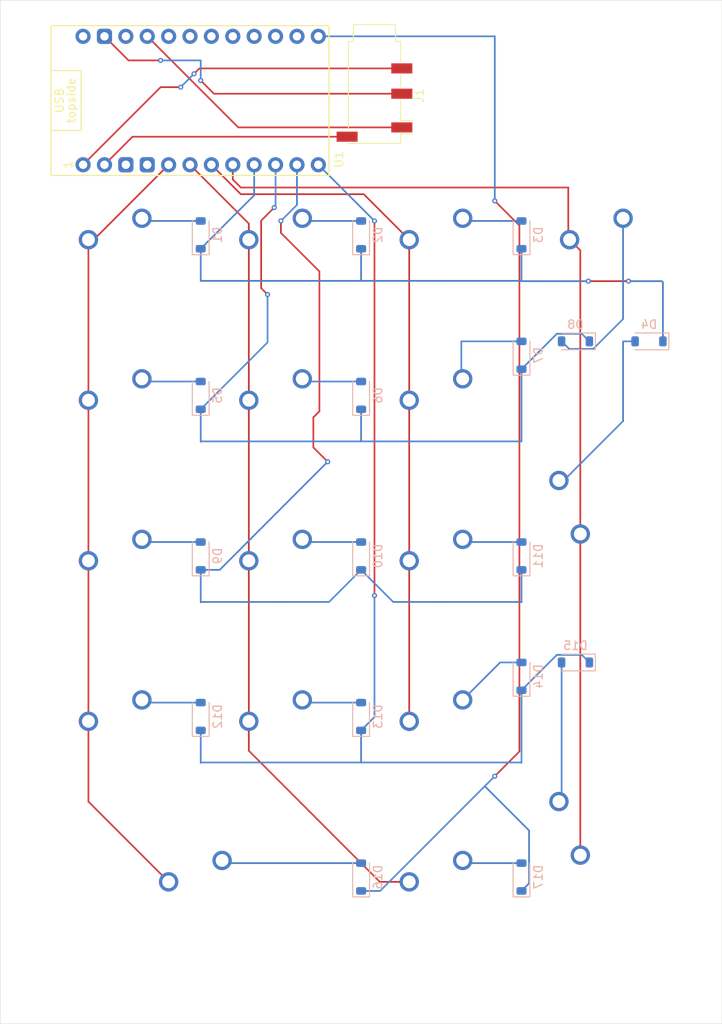
<source format=kicad_pcb>
(kicad_pcb (version 20241229) (generator "pcbnew") (generator_version "9.0")
  (layers (0 "F.Cu" signal) (2 "B.Cu" signal) (13 "F.Paste" user) (15 "B.Paste" user) (5 "F.SilkS" user "F.Silkscreen") (7 "B.SilkS" user "B.Silkscreen") (1 "F.Mask" user) (3 "B.Mask" user) (25 "Edge.Cuts" user))
  (net 0 "")
  (net 1 "Net-(D1-A)")
  (net 2 "Row 0")
  (net 3 "Net-(D2-A)")
  (net 4 "Net-(D3-A)")
  (net 5 "Net-(D4-A)")
  (net 6 "Row 1")
  (net 7 "Net-(D5-A)")
  (net 8 "Net-(D6-A)")
  (net 9 "Net-(D7-A)")
  (net 10 "Net-(D8-A)")
  (net 11 "Row 2")
  (net 12 "Net-(D9-A)")
  (net 13 "Net-(D10-A)")
  (net 14 "Net-(D11-A)")
  (net 15 "Net-(D12-A)")
  (net 16 "Row 3")
  (net 17 "Net-(D13-A)")
  (net 18 "Net-(D14-A)")
  (net 19 "Net-(D15-A)")
  (net 20 "Net-(D16-A)")
  (net 21 "Row 4")
  (net 22 "Net-(D17-A)")
  (net 23 "Col 0")
  (net 24 "Col 1")
  (net 25 "Col 2")
  (net 26 "Col 3")
  (net 29 "S")
  (net 31 "R2")
  (net 39 "R1")
  (net 41 "T")
  (footprint "PCM_marbastlib-mx:STAB_MX_2u" (layer "F.Cu") (at 102.87 81.2775 90)
    (property "Reference" "S1" (hide yes))
    (property "Value" "MX_stab")
    (pad "" np_thru_hole circle (at -11.90625 -6.985 90) (size 3.048 3.048) (drill 3.048) (layers "*.Cu" "*.Mask"))
    (pad "" np_thru_hole circle (at -11.90625 8.255 90) (size 3.9878 3.9878) (drill 3.9878) (layers "*.Cu" "*.Mask"))
    (pad "" np_thru_hole circle (at 11.90625 -6.985 90) (size 3.048 3.048) (drill 3.048) (layers "*.Cu" "*.Mask"))
    (pad "" np_thru_hole circle (at 11.90625 8.255 90) (size 3.9878 3.9878) (drill 3.9878) (layers "*.Cu" "*.Mask"))
  )
  (footprint "PCM_marbastlib-mx:STAB_MX_2u" (layer "F.Cu") (at 102.87 119.3775 90)
    (property "Reference" "S2" (hide yes))
    (property "Value" "MX_stab")
    (pad "" np_thru_hole circle (at -11.90625 -6.985 90) (size 3.048 3.048) (drill 3.048) (layers "*.Cu" "*.Mask"))
    (pad "" np_thru_hole circle (at -11.90625 8.255 90) (size 3.9878 3.9878) (drill 3.9878) (layers "*.Cu" "*.Mask"))
    (pad "" np_thru_hole circle (at 11.90625 -6.985 90) (size 3.048 3.048) (drill 3.048) (layers "*.Cu" "*.Mask"))
    (pad "" np_thru_hole circle (at 11.90625 8.255 90) (size 3.9878 3.9878) (drill 3.9878) (layers "*.Cu" "*.Mask"))
  )
  (footprint "PCM_marbastlib-mx:SW_MX_1u" (layer "F.Cu") (at 45.72 52.7025)
    (property "Reference" "MX1" (hide yes))
    (property "Value" "MX_SW_solder")
    (pad "" np_thru_hole circle (at -5.08 0) (size 1.75 1.75) (drill 1.75) (layers "*.Cu" "*.Mask"))
    (pad "" np_thru_hole circle (at 0 0) (size 3.9878 3.9878) (drill 3.9878) (layers "*.Cu" "*.Mask"))
    (pad "" np_thru_hole circle (at 5.08 0) (size 1.75 1.75) (drill 1.75) (layers "*.Cu" "*.Mask"))
    (pad "1" thru_hole circle (at -3.81 -2.54) (size 2.3 2.3) (drill 1.524) (layers "*.Cu" "B.Mask") (net 23 "Col 0"))
    (pad "2" thru_hole circle (at 2.54 -5.08) (size 2.3 2.3) (drill 1.524) (layers "*.Cu" "B.Mask") (net 1 "Net-(D1-A)"))
  )
  (footprint "PCM_marbastlib-mx:SW_MX_1u" (layer "F.Cu") (at 64.77 90.8025)
    (property "Reference" "MX10" (hide yes))
    (property "Value" "MX_SW_solder")
    (pad "" np_thru_hole circle (at -5.08 0) (size 1.75 1.75) (drill 1.75) (layers "*.Cu" "*.Mask"))
    (pad "" np_thru_hole circle (at 0 0) (size 3.9878 3.9878) (drill 3.9878) (layers "*.Cu" "*.Mask"))
    (pad "" np_thru_hole circle (at 5.08 0) (size 1.75 1.75) (drill 1.75) (layers "*.Cu" "*.Mask"))
    (pad "1" thru_hole circle (at -3.81 -2.54) (size 2.3 2.3) (drill 1.524) (layers "*.Cu" "B.Mask") (net 24 "Col 1"))
    (pad "2" thru_hole circle (at 2.54 -5.08) (size 2.3 2.3) (drill 1.524) (layers "*.Cu" "B.Mask") (net 13 "Net-(D10-A)"))
  )
  (footprint "PCM_marbastlib-mx:SW_MX_1u" (layer "F.Cu") (at 83.82 109.8525)
    (property "Reference" "MX14" (hide yes))
    (property "Value" "MX_SW_solder")
    (pad "" np_thru_hole circle (at -5.08 0) (size 1.75 1.75) (drill 1.75) (layers "*.Cu" "*.Mask"))
    (pad "" np_thru_hole circle (at 0 0) (size 3.9878 3.9878) (drill 3.9878) (layers "*.Cu" "*.Mask"))
    (pad "" np_thru_hole circle (at 5.08 0) (size 1.75 1.75) (drill 1.75) (layers "*.Cu" "*.Mask"))
    (pad "1" thru_hole circle (at -3.81 -2.54) (size 2.3 2.3) (drill 1.524) (layers "*.Cu" "B.Mask") (net 25 "Col 2"))
    (pad "2" thru_hole circle (at 2.54 -5.08) (size 2.3 2.3) (drill 1.524) (layers "*.Cu" "B.Mask") (net 18 "Net-(D14-A)"))
  )
  (footprint "PCM_marbastlib-mx:SW_MX_1u" (layer "F.Cu") (at 64.77 71.7525)
    (property "Reference" "MX6" (hide yes))
    (property "Value" "MX_SW_solder")
    (pad "" np_thru_hole circle (at -5.08 0) (size 1.75 1.75) (drill 1.75) (layers "*.Cu" "*.Mask"))
    (pad "" np_thru_hole circle (at 0 0) (size 3.9878 3.9878) (drill 3.9878) (layers "*.Cu" "*.Mask"))
    (pad "" np_thru_hole circle (at 5.08 0) (size 1.75 1.75) (drill 1.75) (layers "*.Cu" "*.Mask"))
    (pad "1" thru_hole circle (at -3.81 -2.54) (size 2.3 2.3) (drill 1.524) (layers "*.Cu" "B.Mask") (net 24 "Col 1"))
    (pad "2" thru_hole circle (at 2.54 -5.08) (size 2.3 2.3) (drill 1.524) (layers "*.Cu" "B.Mask") (net 8 "Net-(D6-A)"))
  )
  (footprint "PCM_marbastlib-mx:SW_MX_1u" (layer "F.Cu") (at 83.82 71.7525)
    (property "Reference" "MX7" (hide yes))
    (property "Value" "MX_SW_solder")
    (pad "" np_thru_hole circle (at -5.08 0) (size 1.75 1.75) (drill 1.75) (layers "*.Cu" "*.Mask"))
    (pad "" np_thru_hole circle (at 0 0) (size 3.9878 3.9878) (drill 3.9878) (layers "*.Cu" "*.Mask"))
    (pad "" np_thru_hole circle (at 5.08 0) (size 1.75 1.75) (drill 1.75) (layers "*.Cu" "*.Mask"))
    (pad "1" thru_hole circle (at -3.81 -2.54) (size 2.3 2.3) (drill 1.524) (layers "*.Cu" "B.Mask") (net 25 "Col 2"))
    (pad "2" thru_hole circle (at 2.54 -5.08) (size 2.3 2.3) (drill 1.524) (layers "*.Cu" "B.Mask") (net 9 "Net-(D7-A)"))
  )
  (footprint "PCM_marbastlib-mx:SW_MX_1u" (layer "F.Cu") (at 102.87 81.2775 90)
    (property "Reference" "MX4" (hide yes))
    (property "Value" "MX_SW_solder")
    (pad "" np_thru_hole circle (at -5.08 0 90) (size 1.75 1.75) (drill 1.75) (layers "*.Cu" "*.Mask"))
    (pad "" np_thru_hole circle (at 0 0 90) (size 3.9878 3.9878) (drill 3.9878) (layers "*.Cu" "*.Mask"))
    (pad "" np_thru_hole circle (at 5.08 0 90) (size 1.75 1.75) (drill 1.75) (layers "*.Cu" "*.Mask"))
    (pad "1" thru_hole circle (at -3.81 -2.54 90) (size 2.3 2.3) (drill 1.524) (layers "*.Cu" "B.Mask") (net 26 "Col 3"))
    (pad "2" thru_hole circle (at 2.54 -5.08 90) (size 2.3 2.3) (drill 1.524) (layers "*.Cu" "B.Mask") (net 5 "Net-(D4-A)"))
  )
  (footprint "PCM_marbastlib-mx:SW_MX_1u" (layer "F.Cu") (at 102.87 52.7025)
    (property "Reference" "MX8" (hide yes))
    (property "Value" "MX_SW_solder")
    (pad "" np_thru_hole circle (at -5.08 0) (size 1.75 1.75) (drill 1.75) (layers "*.Cu" "*.Mask"))
    (pad "" np_thru_hole circle (at 0 0) (size 3.9878 3.9878) (drill 3.9878) (layers "*.Cu" "*.Mask"))
    (pad "" np_thru_hole circle (at 5.08 0) (size 1.75 1.75) (drill 1.75) (layers "*.Cu" "*.Mask"))
    (pad "1" thru_hole circle (at -3.81 -2.54) (size 2.3 2.3) (drill 1.524) (layers "*.Cu" "B.Mask") (net 26 "Col 3"))
    (pad "2" thru_hole circle (at 2.54 -5.08) (size 2.3 2.3) (drill 1.524) (layers "*.Cu" "B.Mask") (net 10 "Net-(D8-A)"))
  )
  (footprint "PCM_marbastlib-mx:SW_MX_1u" (layer "F.Cu") (at 45.72 71.7525)
    (property "Reference" "MX5" (hide yes))
    (property "Value" "MX_SW_solder")
    (pad "" np_thru_hole circle (at -5.08 0) (size 1.75 1.75) (drill 1.75) (layers "*.Cu" "*.Mask"))
    (pad "" np_thru_hole circle (at 0 0) (size 3.9878 3.9878) (drill 3.9878) (layers "*.Cu" "*.Mask"))
    (pad "" np_thru_hole circle (at 5.08 0) (size 1.75 1.75) (drill 1.75) (layers "*.Cu" "*.Mask"))
    (pad "1" thru_hole circle (at -3.81 -2.54) (size 2.3 2.3) (drill 1.524) (layers "*.Cu" "B.Mask") (net 23 "Col 0"))
    (pad "2" thru_hole circle (at 2.54 -5.08) (size 2.3 2.3) (drill 1.524) (layers "*.Cu" "B.Mask") (net 7 "Net-(D5-A)"))
  )
  (footprint "PCM_marbastlib-mx:STAB_MX_2u" (layer "F.Cu") (at 55.245 128.9025)
    (property "Reference" "S3" (hide yes))
    (property "Value" "MX_stab")
    (pad "" np_thru_hole circle (at -11.90625 -6.985) (size 3.048 3.048) (drill 3.048) (layers "*.Cu" "*.Mask"))
    (pad "" np_thru_hole circle (at -11.90625 8.255) (size 3.9878 3.9878) (drill 3.9878) (layers "*.Cu" "*.Mask"))
    (pad "" np_thru_hole circle (at 11.90625 -6.985) (size 3.048 3.048) (drill 3.048) (layers "*.Cu" "*.Mask"))
    (pad "" np_thru_hole circle (at 11.90625 8.255) (size 3.9878 3.9878) (drill 3.9878) (layers "*.Cu" "*.Mask"))
  )
  (footprint "PCM_marbastlib-mx:SW_MX_1u" (layer "F.Cu") (at 45.72 109.8525)
    (property "Reference" "MX12" (hide yes))
    (property "Value" "MX_SW_solder")
    (pad "" np_thru_hole circle (at -5.08 0) (size 1.75 1.75) (drill 1.75) (layers "*.Cu" "*.Mask"))
    (pad "" np_thru_hole circle (at 0 0) (size 3.9878 3.9878) (drill 3.9878) (layers "*.Cu" "*.Mask"))
    (pad "" np_thru_hole circle (at 5.08 0) (size 1.75 1.75) (drill 1.75) (layers "*.Cu" "*.Mask"))
    (pad "1" thru_hole circle (at -3.81 -2.54) (size 2.3 2.3) (drill 1.524) (layers "*.Cu" "B.Mask") (net 23 "Col 0"))
    (pad "2" thru_hole circle (at 2.54 -5.08) (size 2.3 2.3) (drill 1.524) (layers "*.Cu" "B.Mask") (net 15 "Net-(D12-A)"))
  )
  (footprint "PCM_marbastlib-mx:SW_MX_1u" (layer "F.Cu") (at 83.82 128.9025)
    (property "Reference" "MX17" (hide yes))
    (property "Value" "MX_SW_solder")
    (pad "" np_thru_hole circle (at -5.08 0) (size 1.75 1.75) (drill 1.75) (layers "*.Cu" "*.Mask"))
    (pad "" np_thru_hole circle (at 0 0) (size 3.9878 3.9878) (drill 3.9878) (layers "*.Cu" "*.Mask"))
    (pad "" np_thru_hole circle (at 5.08 0) (size 1.75 1.75) (drill 1.75) (layers "*.Cu" "*.Mask"))
    (pad "1" thru_hole circle (at -3.81 -2.54) (size 2.3 2.3) (drill 1.524) (layers "*.Cu" "B.Mask") (net 24 "Col 1"))
    (pad "2" thru_hole circle (at 2.54 -5.08) (size 2.3 2.3) (drill 1.524) (layers "*.Cu" "B.Mask") (net 22 "Net-(D17-A)"))
  )
  (footprint "PCM_marbastlib-xp-promicroish:ProMicro_USBup" (layer "F.Cu") (at 55.245 33.6525 90)
    (property "Reference" "U1" (at -7 16.4 90) (layer "F.SilkS"))
    (property "Value" "ProMicro")
    (fp_line (start 3.55 -14.2) (end 3.55 -17.78) (stroke (width 0.15)) (layer "F.SilkS"))
    (fp_line (start 3.55 -14.2) (end -3.55 -14.2) (stroke (width 0.15)) (layer "F.SilkS"))
    (fp_line (start -3.55 -14.2) (end -3.55 -17.78) (stroke (width 0.15)) (layer "F.SilkS"))
    (fp_rect (start -8.89 -17.78) (end 8.89 15.24) (stroke (width 0.15)) (fill no) (layer "F.SilkS"))
    (fp_text user "topside" (at 0 -14.8 90) (layer "F.SilkS") (effects (justify bottom)))
    (fp_text user "1" (at -7.62 -15.17 90) (layer "F.SilkS") (effects (justify bottom)))
    (fp_text user "USB" (at 0 -16.2 90) (layer "F.SilkS") (effects (justify bottom)))
    (pad "1" thru_hole circle (at -7.62 -13.97 90) (size 1.8 1.8) (drill 1) (layers "*.Cu" "B.Mask") (net 31 "R2"))
    (pad "2" thru_hole circle (at -7.62 -11.43 90) (size 1.8 1.8) (drill 1) (layers "*.Cu" "B.Mask") (net 29 "S"))
    (pad "3" thru_hole roundrect (at -7.62 -8.89 90) (size 1.8 1.8) (drill 1) (layers "*.Cu" "B.Mask"))
    (pad "4" thru_hole roundrect (at -7.62 -6.35 90) (size 1.8 1.8) (drill 1) (layers "*.Cu" "B.Mask"))
    (pad "5" thru_hole circle (at -7.62 -3.81 90) (size 1.8 1.8) (drill 1) (layers "*.Cu" "B.Mask") (net 23 "Col 0"))
    (pad "6" thru_hole circle (at -7.62 -1.27 90) (size 1.8 1.8) (drill 1) (layers "*.Cu" "B.Mask") (net 24 "Col 1"))
    (pad "7" thru_hole circle (at -7.62 1.27 90) (size 1.8 1.8) (drill 1) (layers "*.Cu" "B.Mask") (net 25 "Col 2"))
    (pad "8" thru_hole circle (at -7.62 3.81 90) (size 1.8 1.8) (drill 1) (layers "*.Cu" "B.Mask") (net 26 "Col 3"))
    (pad "9" thru_hole circle (at -7.62 6.35 90) (size 1.8 1.8) (drill 1) (layers "*.Cu" "B.Mask") (net 2 "Row 0"))
    (pad "10" thru_hole circle (at -7.62 8.89 90) (size 1.8 1.8) (drill 1) (layers "*.Cu" "B.Mask") (net 6 "Row 1"))
    (pad "11" thru_hole circle (at -7.62 11.43 90) (size 1.8 1.8) (drill 1) (layers "*.Cu" "B.Mask") (net 11 "Row 2"))
    (pad "12" thru_hole circle (at -7.62 13.97 90) (size 1.8 1.8) (drill 1) (layers "*.Cu" "B.Mask") (net 16 "Row 3"))
    (pad "13" thru_hole circle (at 7.62 -13.97 90) (size 1.8 1.8) (drill 1) (layers "*.Cu" "B.Mask"))
    (pad "14" thru_hole roundrect (at 7.62 -11.43 90) (size 1.8 1.8) (drill 1) (layers "*.Cu" "B.Mask") (net 39 "R1"))
    (pad "15" thru_hole circle (at 7.62 -8.89 90) (size 1.8 1.8) (drill 1) (layers "*.Cu" "B.Mask"))
    (pad "16" thru_hole circle (at 7.62 -6.35 90) (size 1.8 1.8) (drill 1) (layers "*.Cu" "B.Mask") (net 41 "T"))
    (pad "17" thru_hole circle (at 7.62 -3.81 90) (size 1.8 1.8) (drill 1) (layers "*.Cu" "B.Mask"))
    (pad "18" thru_hole circle (at 7.62 -1.27 90) (size 1.8 1.8) (drill 1) (layers "*.Cu" "B.Mask"))
    (pad "19" thru_hole circle (at 7.62 1.27 90) (size 1.8 1.8) (drill 1) (layers "*.Cu" "B.Mask"))
    (pad "20" thru_hole circle (at 7.62 3.81 90) (size 1.8 1.8) (drill 1) (layers "*.Cu" "B.Mask"))
    (pad "21" thru_hole circle (at 7.62 6.35 90) (size 1.8 1.8) (drill 1) (layers "*.Cu" "B.Mask"))
    (pad "22" thru_hole circle (at 7.62 8.89 90) (size 1.8 1.8) (drill 1) (layers "*.Cu" "B.Mask"))
    (pad "23" thru_hole circle (at 7.62 11.43 90) (size 1.8 1.8) (drill 1) (layers "*.Cu" "B.Mask"))
    (pad "24" thru_hole circle (at 7.62 13.97 90) (size 1.8 1.8) (drill 1) (layers "*.Cu" "B.Mask") (net 21 "Row 4"))
  )
  (footprint "PCM_marbastlib-mx:SW_MX_1u" (layer "F.Cu") (at 55.245 128.9025)
    (property "Reference" "MX16" (hide yes))
    (property "Value" "MX_SW_solder")
    (pad "" np_thru_hole circle (at -5.08 0) (size 1.75 1.75) (drill 1.75) (layers "*.Cu" "*.Mask"))
    (pad "" np_thru_hole circle (at 0 0) (size 3.9878 3.9878) (drill 3.9878) (layers "*.Cu" "*.Mask"))
    (pad "" np_thru_hole circle (at 5.08 0) (size 1.75 1.75) (drill 1.75) (layers "*.Cu" "*.Mask"))
    (pad "1" thru_hole circle (at -3.81 -2.54) (size 2.3 2.3) (drill 1.524) (layers "*.Cu" "B.Mask") (net 23 "Col 0"))
    (pad "2" thru_hole circle (at 2.54 -5.08) (size 2.3 2.3) (drill 1.524) (layers "*.Cu" "B.Mask") (net 20 "Net-(D16-A)"))
  )
  (footprint "PCM_marbastlib-mx:SW_MX_1u" (layer "F.Cu") (at 64.77 52.7025)
    (property "Reference" "MX2" (hide yes))
    (property "Value" "MX_SW_solder")
    (pad "" np_thru_hole circle (at -5.08 0) (size 1.75 1.75) (drill 1.75) (layers "*.Cu" "*.Mask"))
    (pad "" np_thru_hole circle (at 0 0) (size 3.9878 3.9878) (drill 3.9878) (layers "*.Cu" "*.Mask"))
    (pad "" np_thru_hole circle (at 5.08 0) (size 1.75 1.75) (drill 1.75) (layers "*.Cu" "*.Mask"))
    (pad "1" thru_hole circle (at -3.81 -2.54) (size 2.3 2.3) (drill 1.524) (layers "*.Cu" "B.Mask") (net 24 "Col 1"))
    (pad "2" thru_hole circle (at 2.54 -5.08) (size 2.3 2.3) (drill 1.524) (layers "*.Cu" "B.Mask") (net 3 "Net-(D2-A)"))
  )
  (footprint "PCM_marbastlib-mx:SW_MX_1u" (layer "F.Cu") (at 45.72 90.8025)
    (property "Reference" "MX9" (hide yes))
    (property "Value" "MX_SW_solder")
    (pad "" np_thru_hole circle (at -5.08 0) (size 1.75 1.75) (drill 1.75) (layers "*.Cu" "*.Mask"))
    (pad "" np_thru_hole circle (at 0 0) (size 3.9878 3.9878) (drill 3.9878) (layers "*.Cu" "*.Mask"))
    (pad "" np_thru_hole circle (at 5.08 0) (size 1.75 1.75) (drill 1.75) (layers "*.Cu" "*.Mask"))
    (pad "1" thru_hole circle (at -3.81 -2.54) (size 2.3 2.3) (drill 1.524) (layers "*.Cu" "B.Mask") (net 23 "Col 0"))
    (pad "2" thru_hole circle (at 2.54 -5.08) (size 2.3 2.3) (drill 1.524) (layers "*.Cu" "B.Mask") (net 12 "Net-(D9-A)"))
  )
  (footprint "PCM_marbastlib-mx:SW_MX_1u" (layer "F.Cu") (at 64.77 109.8525)
    (property "Reference" "MX13" (hide yes))
    (property "Value" "MX_SW_solder")
    (pad "" np_thru_hole circle (at -5.08 0) (size 1.75 1.75) (drill 1.75) (layers "*.Cu" "*.Mask"))
    (pad "" np_thru_hole circle (at 0 0) (size 3.9878 3.9878) (drill 3.9878) (layers "*.Cu" "*.Mask"))
    (pad "" np_thru_hole circle (at 5.08 0) (size 1.75 1.75) (drill 1.75) (layers "*.Cu" "*.Mask"))
    (pad "1" thru_hole circle (at -3.81 -2.54) (size 2.3 2.3) (drill 1.524) (layers "*.Cu" "B.Mask") (net 24 "Col 1"))
    (pad "2" thru_hole circle (at 2.54 -5.08) (size 2.3 2.3) (drill 1.524) (layers "*.Cu" "B.Mask") (net 17 "Net-(D13-A)"))
  )
  (footprint "PCM_marbastlib-mx:SW_MX_1u" (layer "F.Cu") (at 83.82 52.7025)
    (property "Reference" "MX3" (hide yes))
    (property "Value" "MX_SW_solder")
    (pad "" np_thru_hole circle (at -5.08 0) (size 1.75 1.75) (drill 1.75) (layers "*.Cu" "*.Mask"))
    (pad "" np_thru_hole circle (at 0 0) (size 3.9878 3.9878) (drill 3.9878) (layers "*.Cu" "*.Mask"))
    (pad "" np_thru_hole circle (at 5.08 0) (size 1.75 1.75) (drill 1.75) (layers "*.Cu" "*.Mask"))
    (pad "1" thru_hole circle (at -3.81 -2.54) (size 2.3 2.3) (drill 1.524) (layers "*.Cu" "B.Mask") (net 25 "Col 2"))
    (pad "2" thru_hole circle (at 2.54 -5.08) (size 2.3 2.3) (drill 1.524) (layers "*.Cu" "B.Mask") (net 4 "Net-(D3-A)"))
  )
  (footprint "PCM_marbastlib-mx:SW_MX_1u" (layer "F.Cu") (at 102.87 119.3775 90)
    (property "Reference" "MX15" (hide yes))
    (property "Value" "MX_SW_solder")
    (pad "" np_thru_hole circle (at -5.08 0 90) (size 1.75 1.75) (drill 1.75) (layers "*.Cu" "*.Mask"))
    (pad "" np_thru_hole circle (at 0 0 90) (size 3.9878 3.9878) (drill 3.9878) (layers "*.Cu" "*.Mask"))
    (pad "" np_thru_hole circle (at 5.08 0 90) (size 1.75 1.75) (drill 1.75) (layers "*.Cu" "*.Mask"))
    (pad "1" thru_hole circle (at -3.81 -2.54 90) (size 2.3 2.3) (drill 1.524) (layers "*.Cu" "B.Mask") (net 26 "Col 3"))
    (pad "2" thru_hole circle (at 2.54 -5.08 90) (size 2.3 2.3) (drill 1.524) (layers "*.Cu" "B.Mask") (net 19 "Net-(D15-A)"))
  )
  (footprint "Connector_Audio:Jack_3.5mm_PJ320D_Horizontal" (layer "F.Cu") (at 75.8825 33.015 -90)
    (property "Reference" "J1" (at 0.05 -5.35 90) (layer "F.SilkS"))
    (property "Value" "AudioJack4")
    (fp_line (start 4.15 3.1) (end -6.375 3.1) (stroke (width 0.12)) (layer "F.SilkS"))
    (fp_line (start 5.725 3.1) (end 5.725 -3.1) (stroke (width 0.12)) (layer "F.SilkS"))
    (fp_line (start -6.375 2.5) (end -6.375 3.1) (stroke (width 0.12)) (layer "F.SilkS"))
    (fp_line (start -6.375 2.5) (end -8.375 2.5) (stroke (width 0.12)) (layer "F.SilkS"))
    (fp_line (start -8.375 -2.5) (end -8.375 2.5) (stroke (width 0.12)) (layer "F.SilkS"))
    (fp_line (start -6.375 -2.5) (end -8.375 -2.5) (stroke (width 0.12)) (layer "F.SilkS"))
    (fp_line (start -6.375 -3.1) (end -6.375 -2.5) (stroke (width 0.12)) (layer "F.SilkS"))
    (fp_line (start -6.375 -3.1) (end -4 -3.1) (stroke (width 0.12)) (layer "F.SilkS"))
    (fp_line (start -2.35 -3.1) (end -1 -3.1) (stroke (width 0.12)) (layer "F.SilkS"))
    (fp_line (start 0.65 -3.1) (end 3.05 -3.1) (stroke (width 0.12)) (layer "F.SilkS"))
    (fp_line (start 3.05 -3.1) (end 3.05 -4.5) (stroke (width 0.12)) (layer "F.SilkS"))
    (fp_line (start 4.6 -3.1) (end 5.725 -3.1) (stroke (width 0.12)) (layer "F.SilkS"))
    (fp_line (start 4.6 -3.1) (end 4.6 -4.5) (stroke (width 0.12)) (layer "F.SilkS"))
    (pad "" np_thru_hole circle (at -4.775 0 270) (size 1.5 1.5) (drill 1.5) (layers "*.Cu" "*.Mask"))
    (pad "" np_thru_hole circle (at 2.225 0 270) (size 1.5 1.5) (drill 1.5) (layers "*.Cu" "*.Mask"))
    (pad "R1" smd rect (at -0.175 -3.25 270) (size 1.2 2.5) (layers "F.Cu" "F.Mask" "F.Paste") (net 39 "R1"))
    (pad "R2" smd rect (at -3.175 -3.25 270) (size 1.2 2.5) (layers "F.Cu" "F.Mask" "F.Paste") (net 31 "R2"))
    (pad "S" smd rect (at 4.925 3.25 270) (size 1.2 2.5) (layers "F.Cu" "F.Mask" "F.Paste") (net 29 "S"))
    (pad "T" smd rect (at 3.825 -3.25 270) (size 1.2 2.5) (layers "F.Cu" "F.Mask" "F.Paste") (net 41 "T"))
  )
  (footprint "PCM_marbastlib-mx:SW_MX_1u" (layer "F.Cu") (at 83.82 90.8025)
    (property "Reference" "MX11" (hide yes))
    (property "Value" "MX_SW_solder")
    (pad "" np_thru_hole circle (at -5.08 0) (size 1.75 1.75) (drill 1.75) (layers "*.Cu" "*.Mask"))
    (pad "" np_thru_hole circle (at 0 0) (size 3.9878 3.9878) (drill 3.9878) (layers "*.Cu" "*.Mask"))
    (pad "" np_thru_hole circle (at 5.08 0) (size 1.75 1.75) (drill 1.75) (layers "*.Cu" "*.Mask"))
    (pad "1" thru_hole circle (at -3.81 -2.54) (size 2.3 2.3) (drill 1.524) (layers "*.Cu" "B.Mask") (net 25 "Col 2"))
    (pad "2" thru_hole circle (at 2.54 -5.08) (size 2.3 2.3) (drill 1.524) (layers "*.Cu" "B.Mask") (net 14 "Net-(D11-A)"))
  )
  (footprint "Diode_SMD:D_SOD-123" (layer "B.Cu") (at 93.345 87.69 90)
    (property "Reference" "D11" (at 0 2 90) (layer "B.SilkS") (effects (justify mirror)))
    (property "Value" "D_Small")
    (fp_line (start -2.36 -1) (end 1.65 -1) (stroke (width 0.12)) (layer "B.SilkS"))
    (fp_line (start -2.36 1) (end -2.36 -1) (stroke (width 0.12)) (layer "B.SilkS"))
    (fp_line (start -2.36 1) (end 1.65 1) (stroke (width 0.12)) (layer "B.SilkS"))
    (pad "1" smd roundrect (at -1.65 0 90) (size 0.9 1.2) (layers "B.Cu" "B.Mask" "B.Paste") (net 11 "Row 2"))
    (pad "2" smd roundrect (at 1.65 0 90) (size 0.9 1.2) (layers "B.Cu" "B.Mask" "B.Paste") (net 14 "Net-(D11-A)"))
  )
  (footprint "Diode_SMD:D_SOD-123" (layer "B.Cu") (at 55.245 49.59 90)
    (property "Reference" "D1" (at 0 2 90) (layer "B.SilkS") (effects (justify mirror)))
    (property "Value" "D_Small")
    (fp_line (start -2.36 -1) (end 1.65 -1) (stroke (width 0.12)) (layer "B.SilkS"))
    (fp_line (start -2.36 1) (end -2.36 -1) (stroke (width 0.12)) (layer "B.SilkS"))
    (fp_line (start -2.36 1) (end 1.65 1) (stroke (width 0.12)) (layer "B.SilkS"))
    (pad "1" smd roundrect (at -1.65 0 90) (size 0.9 1.2) (layers "B.Cu" "B.Mask" "B.Paste") (net 2 "Row 0"))
    (pad "2" smd roundrect (at 1.65 0 90) (size 0.9 1.2) (layers "B.Cu" "B.Mask" "B.Paste") (net 1 "Net-(D1-A)"))
  )
  (footprint "Diode_SMD:D_SOD-123" (layer "B.Cu") (at 108.48875 62.2275 180)
    (property "Reference" "D4" (at 0 2 0) (layer "B.SilkS") (effects (justify mirror)))
    (property "Value" "D_Small")
    (fp_line (start -2.36 1) (end 1.65 1) (stroke (width 0.12)) (layer "B.SilkS"))
    (fp_line (start -2.36 1) (end -2.36 -1) (stroke (width 0.12)) (layer "B.SilkS"))
    (fp_line (start -2.36 -1) (end 1.65 -1) (stroke (width 0.12)) (layer "B.SilkS"))
    (pad "1" smd roundrect (at -1.65 0 180) (size 0.9 1.2) (layers "B.Cu" "B.Mask" "B.Paste") (net 2 "Row 0"))
    (pad "2" smd roundrect (at 1.65 0 180) (size 0.9 1.2) (layers "B.Cu" "B.Mask" "B.Paste") (net 5 "Net-(D4-A)"))
  )
  (footprint "Diode_SMD:D_SOD-123" (layer "B.Cu") (at 55.245 68.64 90)
    (property "Reference" "D5" (at 0 2 90) (layer "B.SilkS") (effects (justify mirror)))
    (property "Value" "D_Small")
    (fp_line (start -2.36 -1) (end 1.65 -1) (stroke (width 0.12)) (layer "B.SilkS"))
    (fp_line (start -2.36 1) (end -2.36 -1) (stroke (width 0.12)) (layer "B.SilkS"))
    (fp_line (start -2.36 1) (end 1.65 1) (stroke (width 0.12)) (layer "B.SilkS"))
    (pad "1" smd roundrect (at -1.65 0 90) (size 0.9 1.2) (layers "B.Cu" "B.Mask" "B.Paste") (net 6 "Row 1"))
    (pad "2" smd roundrect (at 1.65 0 90) (size 0.9 1.2) (layers "B.Cu" "B.Mask" "B.Paste") (net 7 "Net-(D5-A)"))
  )
  (footprint "Diode_SMD:D_SOD-123" (layer "B.Cu") (at 99.7575 62.2275 180)
    (property "Reference" "D8" (at 0 2 0) (layer "B.SilkS") (effects (justify mirror)))
    (property "Value" "D_Small")
    (fp_line (start -2.36 1) (end 1.65 1) (stroke (width 0.12)) (layer "B.SilkS"))
    (fp_line (start -2.36 1) (end -2.36 -1) (stroke (width 0.12)) (layer "B.SilkS"))
    (fp_line (start -2.36 -1) (end 1.65 -1) (stroke (width 0.12)) (layer "B.SilkS"))
    (pad "1" smd roundrect (at -1.65 0 180) (size 0.9 1.2) (layers "B.Cu" "B.Mask" "B.Paste") (net 6 "Row 1"))
    (pad "2" smd roundrect (at 1.65 0 180) (size 0.9 1.2) (layers "B.Cu" "B.Mask" "B.Paste") (net 10 "Net-(D8-A)"))
  )
  (footprint "Diode_SMD:D_SOD-123" (layer "B.Cu") (at 55.245 106.74 90)
    (property "Reference" "D12" (at 0 2 90) (layer "B.SilkS") (effects (justify mirror)))
    (property "Value" "D_Small")
    (fp_line (start -2.36 -1) (end 1.65 -1) (stroke (width 0.12)) (layer "B.SilkS"))
    (fp_line (start -2.36 1) (end -2.36 -1) (stroke (width 0.12)) (layer "B.SilkS"))
    (fp_line (start -2.36 1) (end 1.65 1) (stroke (width 0.12)) (layer "B.SilkS"))
    (pad "1" smd roundrect (at -1.65 0 90) (size 0.9 1.2) (layers "B.Cu" "B.Mask" "B.Paste") (net 16 "Row 3"))
    (pad "2" smd roundrect (at 1.65 0 90) (size 0.9 1.2) (layers "B.Cu" "B.Mask" "B.Paste") (net 15 "Net-(D12-A)"))
  )
  (footprint "Diode_SMD:D_SOD-123" (layer "B.Cu") (at 93.345 125.79 90)
    (property "Reference" "D17" (at 0 2 90) (layer "B.SilkS") (effects (justify mirror)))
    (property "Value" "D_Small")
    (fp_line (start -2.36 -1) (end 1.65 -1) (stroke (width 0.12)) (layer "B.SilkS"))
    (fp_line (start -2.36 1) (end -2.36 -1) (stroke (width 0.12)) (layer "B.SilkS"))
    (fp_line (start -2.36 1) (end 1.65 1) (stroke (width 0.12)) (layer "B.SilkS"))
    (pad "1" smd roundrect (at -1.65 0 90) (size 0.9 1.2) (layers "B.Cu" "B.Mask" "B.Paste") (net 21 "Row 4"))
    (pad "2" smd roundrect (at 1.65 0 90) (size 0.9 1.2) (layers "B.Cu" "B.Mask" "B.Paste") (net 22 "Net-(D17-A)"))
  )
  (footprint "Diode_SMD:D_SOD-123" (layer "B.Cu") (at 74.295 87.69 90)
    (property "Reference" "D10" (at 0 2 90) (layer "B.SilkS") (effects (justify mirror)))
    (property "Value" "D_Small")
    (fp_line (start -2.36 -1) (end 1.65 -1) (stroke (width 0.12)) (layer "B.SilkS"))
    (fp_line (start -2.36 1) (end -2.36 -1) (stroke (width 0.12)) (layer "B.SilkS"))
    (fp_line (start -2.36 1) (end 1.65 1) (stroke (width 0.12)) (layer "B.SilkS"))
    (pad "1" smd roundrect (at -1.65 0 90) (size 0.9 1.2) (layers "B.Cu" "B.Mask" "B.Paste") (net 11 "Row 2"))
    (pad "2" smd roundrect (at 1.65 0 90) (size 0.9 1.2) (layers "B.Cu" "B.Mask" "B.Paste") (net 13 "Net-(D10-A)"))
  )
  (footprint "Diode_SMD:D_SOD-123" (layer "B.Cu") (at 93.345 63.8775 90)
    (property "Reference" "D7" (at 0 2 90) (layer "B.SilkS") (effects (justify mirror)))
    (property "Value" "D_Small")
    (fp_line (start -2.36 -1) (end 1.65 -1) (stroke (width 0.12)) (layer "B.SilkS"))
    (fp_line (start -2.36 1) (end -2.36 -1) (stroke (width 0.12)) (layer "B.SilkS"))
    (fp_line (start -2.36 1) (end 1.65 1) (stroke (width 0.12)) (layer "B.SilkS"))
    (pad "1" smd roundrect (at -1.65 0 90) (size 0.9 1.2) (layers "B.Cu" "B.Mask" "B.Paste") (net 6 "Row 1"))
    (pad "2" smd roundrect (at 1.65 0 90) (size 0.9 1.2) (layers "B.Cu" "B.Mask" "B.Paste") (net 9 "Net-(D7-A)"))
  )
  (footprint "Diode_SMD:D_SOD-123" (layer "B.Cu") (at 93.345 49.59 90)
    (property "Reference" "D3" (at 0 2 90) (layer "B.SilkS") (effects (justify mirror)))
    (property "Value" "D_Small")
    (fp_line (start -2.36 -1) (end 1.65 -1) (stroke (width 0.12)) (layer "B.SilkS"))
    (fp_line (start -2.36 1) (end -2.36 -1) (stroke (width 0.12)) (layer "B.SilkS"))
    (fp_line (start -2.36 1) (end 1.65 1) (stroke (width 0.12)) (layer "B.SilkS"))
    (pad "1" smd roundrect (at -1.65 0 90) (size 0.9 1.2) (layers "B.Cu" "B.Mask" "B.Paste") (net 2 "Row 0"))
    (pad "2" smd roundrect (at 1.65 0 90) (size 0.9 1.2) (layers "B.Cu" "B.Mask" "B.Paste") (net 4 "Net-(D3-A)"))
  )
  (footprint "Diode_SMD:D_SOD-123" (layer "B.Cu") (at 74.295 125.79 90)
    (property "Reference" "D16" (at 0 2 90) (layer "B.SilkS") (effects (justify mirror)))
    (property "Value" "D_Small")
    (fp_line (start -2.36 -1) (end 1.65 -1) (stroke (width 0.12)) (layer "B.SilkS"))
    (fp_line (start -2.36 1) (end -2.36 -1) (stroke (width 0.12)) (layer "B.SilkS"))
    (fp_line (start -2.36 1) (end 1.65 1) (stroke (width 0.12)) (layer "B.SilkS"))
    (pad "1" smd roundrect (at -1.65 0 90) (size 0.9 1.2) (layers "B.Cu" "B.Mask" "B.Paste") (net 21 "Row 4"))
    (pad "2" smd roundrect (at 1.65 0 90) (size 0.9 1.2) (layers "B.Cu" "B.Mask" "B.Paste") (net 20 "Net-(D16-A)"))
  )
  (footprint "Diode_SMD:D_SOD-123" (layer "B.Cu") (at 74.295 49.59 90)
    (property "Reference" "D2" (at 0 2 90) (layer "B.SilkS") (effects (justify mirror)))
    (property "Value" "D_Small")
    (fp_line (start -2.36 -1) (end 1.65 -1) (stroke (width 0.12)) (layer "B.SilkS"))
    (fp_line (start -2.36 1) (end -2.36 -1) (stroke (width 0.12)) (layer "B.SilkS"))
    (fp_line (start -2.36 1) (end 1.65 1) (stroke (width 0.12)) (layer "B.SilkS"))
    (pad "1" smd roundrect (at -1.65 0 90) (size 0.9 1.2) (layers "B.Cu" "B.Mask" "B.Paste") (net 2 "Row 0"))
    (pad "2" smd roundrect (at 1.65 0 90) (size 0.9 1.2) (layers "B.Cu" "B.Mask" "B.Paste") (net 3 "Net-(D2-A)"))
  )
  (footprint "Diode_SMD:D_SOD-123" (layer "B.Cu") (at 74.295 68.64 90)
    (property "Reference" "D6" (at 0 2 90) (layer "B.SilkS") (effects (justify mirror)))
    (property "Value" "D_Small")
    (fp_line (start -2.36 -1) (end 1.65 -1) (stroke (width 0.12)) (layer "B.SilkS"))
    (fp_line (start -2.36 1) (end -2.36 -1) (stroke (width 0.12)) (layer "B.SilkS"))
    (fp_line (start -2.36 1) (end 1.65 1) (stroke (width 0.12)) (layer "B.SilkS"))
    (pad "1" smd roundrect (at -1.65 0 90) (size 0.9 1.2) (layers "B.Cu" "B.Mask" "B.Paste") (net 6 "Row 1"))
    (pad "2" smd roundrect (at 1.65 0 90) (size 0.9 1.2) (layers "B.Cu" "B.Mask" "B.Paste") (net 8 "Net-(D6-A)"))
  )
  (footprint "Diode_SMD:D_SOD-123" (layer "B.Cu") (at 55.245 87.69 90)
    (property "Reference" "D9" (at 0 2 90) (layer "B.SilkS") (effects (justify mirror)))
    (property "Value" "D_Small")
    (fp_line (start -2.36 -1) (end 1.65 -1) (stroke (width 0.12)) (layer "B.SilkS"))
    (fp_line (start -2.36 1) (end -2.36 -1) (stroke (width 0.12)) (layer "B.SilkS"))
    (fp_line (start -2.36 1) (end 1.65 1) (stroke (width 0.12)) (layer "B.SilkS"))
    (pad "1" smd roundrect (at -1.65 0 90) (size 0.9 1.2) (layers "B.Cu" "B.Mask" "B.Paste") (net 11 "Row 2"))
    (pad "2" smd roundrect (at 1.65 0 90) (size 0.9 1.2) (layers "B.Cu" "B.Mask" "B.Paste") (net 12 "Net-(D9-A)"))
  )
  (footprint "Diode_SMD:D_SOD-123" (layer "B.Cu") (at 99.7575 100.3275 180)
    (property "Reference" "D15" (at 0 2 0) (layer "B.SilkS") (effects (justify mirror)))
    (property "Value" "D_Small")
    (fp_line (start -2.36 1) (end 1.65 1) (stroke (width 0.12)) (layer "B.SilkS"))
    (fp_line (start -2.36 1) (end -2.36 -1) (stroke (width 0.12)) (layer "B.SilkS"))
    (fp_line (start -2.36 -1) (end 1.65 -1) (stroke (width 0.12)) (layer "B.SilkS"))
    (pad "1" smd roundrect (at -1.65 0 180) (size 0.9 1.2) (layers "B.Cu" "B.Mask" "B.Paste") (net 16 "Row 3"))
    (pad "2" smd roundrect (at 1.65 0 180) (size 0.9 1.2) (layers "B.Cu" "B.Mask" "B.Paste") (net 19 "Net-(D15-A)"))
  )
  (footprint "Diode_SMD:D_SOD-123" (layer "B.Cu") (at 93.345 101.9775 90)
    (property "Reference" "D14" (at 0 2 90) (layer "B.SilkS") (effects (justify mirror)))
    (property "Value" "D_Small")
    (fp_line (start -2.36 -1) (end 1.65 -1) (stroke (width 0.12)) (layer "B.SilkS"))
    (fp_line (start -2.36 1) (end -2.36 -1) (stroke (width 0.12)) (layer "B.SilkS"))
    (fp_line (start -2.36 1) (end 1.65 1) (stroke (width 0.12)) (layer "B.SilkS"))
    (pad "1" smd roundrect (at -1.65 0 90) (size 0.9 1.2) (layers "B.Cu" "B.Mask" "B.Paste") (net 16 "Row 3"))
    (pad "2" smd roundrect (at 1.65 0 90) (size 0.9 1.2) (layers "B.Cu" "B.Mask" "B.Paste") (net 18 "Net-(D14-A)"))
  )
  (footprint "Diode_SMD:D_SOD-123" (layer "B.Cu") (at 74.295 106.74 90)
    (property "Reference" "D13" (at 0 2 90) (layer "B.SilkS") (effects (justify mirror)))
    (property "Value" "D_Small")
    (fp_line (start -2.36 -1) (end 1.65 -1) (stroke (width 0.12)) (layer "B.SilkS"))
    (fp_line (start -2.36 1) (end -2.36 -1) (stroke (width 0.12)) (layer "B.SilkS"))
    (fp_line (start -2.36 1) (end 1.65 1) (stroke (width 0.12)) (layer "B.SilkS"))
    (pad "1" smd roundrect (at -1.65 0 90) (size 0.9 1.2) (layers "B.Cu" "B.Mask" "B.Paste") (net 16 "Row 3"))
    (pad "2" smd roundrect (at 1.65 0 90) (size 0.9 1.2) (layers "B.Cu" "B.Mask" "B.Paste") (net 17 "Net-(D13-A)"))
  )
  (gr_line (start 31.4325 21.74625) (end 117.1575 21.74625) (stroke (width 0.05)) (layer "Edge.Cuts"))
  (gr_line (start 31.4325 21.74625) (end 31.4325 143.19) (stroke (width 0.05)) (layer "Edge.Cuts"))
  (gr_line (start 117.1575 143.19) (end 31.4325 143.19) (stroke (width 0.05)) (layer "Edge.Cuts"))
  (gr_line (start 117.1575 143.19) (end 117.1575 21.74625) (stroke (width 0.05)) (layer "Edge.Cuts"))
  (segment (start 48.5775 47.94) (end 48.26 47.6225) (width 0.2) (layer "B.Cu") (net 1))
  (segment (start 55.245 47.94) (end 48.5775 47.94) (width 0.2) (layer "B.Cu") (net 1))
  (segment (start 106.045 55.08375) (end 101.2825 55.08375) (width 0.2) (layer "F.Cu") (net 2))
  (via (at 106.045 55.08375) (size 0.6) (drill 0.3) (layers "F.Cu" "B.Cu") (net 2))
  (via (at 101.2825 55.08375) (size 0.6) (drill 0.3) (layers "F.Cu" "B.Cu") (net 2))
  (segment (start 70.4876 55.0474) (end 60.0075 55.0474) (width 0.2) (layer "B.Cu") (net 2))
  (segment (start 74.295 55.0474) (end 74.295 51.24) (width 0.2) (layer "B.Cu") (net 2))
  (segment (start 55.245 55.0474) (end 55.245 51.24) (width 0.2) (layer "B.Cu") (net 2))
  (segment (start 59.0524 55.0474) (end 55.245 55.0474) (width 0.2) (layer "B.Cu") (net 2))
  (segment (start 110.13875 62.2275) (end 110.13875 55.20875) (width 0.2) (layer "B.Cu") (net 2))
  (segment (start 55.245 51.24) (end 61.595 44.89) (width 0.2) (layer "B.Cu") (net 2))
  (segment (start 110.13875 55.20875) (end 110.01375 55.08375) (width 0.2) (layer "B.Cu") (net 2))
  (segment (start 93.345 55.08375) (end 97.18875 55.08375) (width 0.2) (layer "B.Cu") (net 2))
  (segment (start 61.595 44.89) (end 61.595 41.2725) (width 0.2) (layer "B.Cu") (net 2))
  (segment (start 60.0075 55.0474) (end 59.0524 55.0474) (width 0.2) (layer "B.Cu") (net 2))
  (segment (start 93.345 55.08375) (end 93.345 51.24) (width 0.2) (layer "B.Cu") (net 2))
  (segment (start 110.01375 55.08375) (end 106.045 55.08375) (width 0.2) (layer "B.Cu") (net 2))
  (segment (start 93.30865 55.0474) (end 93.345 55.08375) (width 0.2) (layer "B.Cu") (net 2))
  (segment (start 74.295 55.0474) (end 70.4876 55.0474) (width 0.2) (layer "B.Cu") (net 2))
  (segment (start 101.2825 55.08375) (end 97.18875 55.08375) (width 0.2) (layer "B.Cu") (net 2))
  (segment (start 74.295 55.0474) (end 93.30865 55.0474) (width 0.2) (layer "B.Cu") (net 2))
  (segment (start 74.295 47.94) (end 67.6275 47.94) (width 0.2) (layer "B.Cu") (net 3))
  (segment (start 67.6275 47.94) (end 67.31 47.6225) (width 0.2) (layer "B.Cu") (net 3))
  (segment (start 86.6775 47.94) (end 86.36 47.6225) (width 0.2) (layer "B.Cu") (net 4))
  (segment (start 93.345 47.94) (end 86.6775 47.94) (width 0.2) (layer "B.Cu") (net 4))
  (segment (start 105.41 71.6846) (end 98.2736 78.821) (width 0.2) (layer "B.Cu") (net 5))
  (segment (start 106.83875 62.2275) (end 105.41 62.2275) (width 0.2) (layer "B.Cu") (net 5))
  (segment (start 105.41 62.2275) (end 105.41 71.6846) (width 0.2) (layer "B.Cu") (net 5))
  (segment (start 98.1075 78.42) (end 97.79 78.7375) (width 0.2) (layer "B.Cu") (net 5))
  (segment (start 63.1825 56.67125) (end 62.4251 55.91385) (width 0.2) (layer "F.Cu") (net 6))
  (segment (start 62.4251 55.91385) (end 62.4251 47.90365) (width 0.2) (layer "F.Cu") (net 6))
  (segment (start 62.4251 47.90365) (end 63.97625 46.3525) (width 0.2) (layer "F.Cu") (net 6))
  (via (at 63.1825 56.67125) (size 0.6) (drill 0.3) (layers "F.Cu" "B.Cu") (net 6))
  (via (at 63.97625 46.3525) (size 0.6) (drill 0.3) (layers "F.Cu" "B.Cu") (net 6))
  (segment (start 64.135 46.19375) (end 64.135 41.2725) (width 0.2) (layer "B.Cu") (net 6))
  (segment (start 63.97625 46.3525) (end 64.135 46.19375) (width 0.2) (layer "B.Cu") (net 6))
  (segment (start 74.295 70.29) (end 74.295 74.0974) (width 0.2) (layer "B.Cu") (net 6))
  (segment (start 55.245 70.29) (end 63.1825 62.3525) (width 0.2) (layer "B.Cu") (net 6))
  (segment (start 93.345 74.0974) (end 93.345 65.5275) (width 0.2) (layer "B.Cu") (net 6))
  (segment (start 55.245 70.29) (end 55.245 74.13375) (width 0.2) (layer "B.Cu") (net 6))
  (segment (start 93.345 65.5275) (end 97.546 61.3265) (width 0.2) (layer "B.Cu") (net 6))
  (segment (start 97.546 61.3265) (end 100.5065 61.3265) (width 0.2) (layer "B.Cu") (net 6))
  (segment (start 63.1825 62.3525) (end 63.1825 56.67125) (width 0.2) (layer "B.Cu") (net 6))
  (segment (start 100.5065 61.3265) (end 101.4075 62.2275) (width 0.2) (layer "B.Cu") (net 6))
  (segment (start 70.4876 74.0974) (end 74.295 74.0974) (width 0.2) (layer "B.Cu") (net 6))
  (segment (start 74.295 74.0974) (end 93.345 74.0974) (width 0.2) (layer "B.Cu") (net 6))
  (segment (start 55.245 74.13375) (end 55.28135 74.0974) (width 0.2) (layer "B.Cu") (net 6))
  (segment (start 70.32625 74.0974) (end 70.4876 74.0974) (width 0.2) (layer "B.Cu") (net 6))
  (segment (start 55.28135 74.0974) (end 70.32625 74.0974) (width 0.2) (layer "B.Cu") (net 6))
  (segment (start 48.5775 66.99) (end 48.26 66.6725) (width 0.2) (layer "B.Cu") (net 7))
  (segment (start 55.245 66.99) (end 48.5775 66.99) (width 0.2) (layer "B.Cu") (net 7))
  (segment (start 74.295 66.99) (end 67.6275 66.99) (width 0.2) (layer "B.Cu") (net 8))
  (segment (start 67.6275 66.99) (end 67.31 66.6725) (width 0.2) (layer "B.Cu") (net 8))
  (segment (start 86.6775 66.99) (end 86.36 66.6725) (width 0.2) (layer "B.Cu") (net 9))
  (segment (start 93.345 62.2275) (end 86.20125 62.2275) (width 0.2) (layer "B.Cu") (net 9))
  (segment (start 86.20125 62.2275) (end 86.20125 66.51375) (width 0.2) (layer "B.Cu") (net 9))
  (segment (start 86.20125 66.51375) (end 86.36 66.6725) (width 0.2) (layer "B.Cu") (net 9))
  (segment (start 105.41 59.57511) (end 101.85661 63.1285) (width 0.2) (layer "B.Cu") (net 10))
  (segment (start 99.0085 63.1285) (end 98.1075 62.2275) (width 0.2) (layer "B.Cu") (net 10))
  (segment (start 101.85661 63.1285) (end 99.0085 63.1285) (width 0.2) (layer "B.Cu") (net 10))
  (segment (start 105.41 47.6225) (end 105.41 59.57511) (width 0.2) (layer "B.Cu") (net 10))
  (segment (start 68.624 71.244674) (end 69.342174 70.5265) (width 0.2) (layer "F.Cu") (net 11))
  (segment (start 69.342174 70.5265) (end 69.342174 53.9285) (width 0.2) (layer "F.Cu") (net 11))
  (segment (start 70.32625 76.515) (end 68.624 74.81275) (width 0.2) (layer "F.Cu") (net 11))
  (segment (start 64.77 49.356326) (end 64.77 47.94) (width 0.2) (layer "F.Cu") (net 11))
  (segment (start 69.342174 53.9285) (end 64.77 49.356326) (width 0.2) (layer "F.Cu") (net 11))
  (segment (start 68.624 74.81275) (end 68.624 71.244674) (width 0.2) (layer "F.Cu") (net 11))
  (via (at 70.32625 76.515) (size 0.6) (drill 0.3) (layers "F.Cu" "B.Cu") (net 11))
  (via (at 64.77 47.94) (size 0.6) (drill 0.3) (layers "F.Cu" "B.Cu") (net 11))
  (segment (start 64.77 47.94) (end 66.675 46.035) (width 0.2) (layer "B.Cu") (net 11))
  (segment (start 93.345 93.18375) (end 93.345 89.34) (width 0.2) (layer "B.Cu") (net 11))
  (segment (start 93.30865 93.1474) (end 93.345 93.18375) (width 0.2) (layer "B.Cu") (net 11))
  (segment (start 66.675 46.035) (end 66.675 41.2725) (width 0.2) (layer "B.Cu") (net 11))
  (segment (start 70.4876 93.1474) (end 74.295 89.34) (width 0.2) (layer "B.Cu") (net 11))
  (segment (start 57.50125 89.34) (end 70.32625 76.515) (width 0.2) (layer "B.Cu") (net 11))
  (segment (start 74.295 89.34) (end 78.1024 93.1474) (width 0.2) (layer "B.Cu") (net 11))
  (segment (start 55.28135 93.1474) (end 70.4876 93.1474) (width 0.2) (layer "B.Cu") (net 11))
  (segment (start 78.1024 93.1474) (end 93.30865 93.1474) (width 0.2) (layer "B.Cu") (net 11))
  (segment (start 55.245 93.18375) (end 55.28135 93.1474) (width 0.2) (layer "B.Cu") (net 11))
  (segment (start 55.245 89.34) (end 57.50125 89.34) (width 0.2) (layer "B.Cu") (net 11))
  (segment (start 55.245 89.34) (end 55.245 93.18375) (width 0.2) (layer "B.Cu") (net 11))
  (segment (start 48.5775 86.04) (end 48.26 85.7225) (width 0.2) (layer "B.Cu") (net 12))
  (segment (start 55.245 86.04) (end 48.5775 86.04) (width 0.2) (layer "B.Cu") (net 12))
  (segment (start 74.295 86.04) (end 67.6275 86.04) (width 0.2) (layer "B.Cu") (net 13))
  (segment (start 67.6275 86.04) (end 67.31 85.7225) (width 0.2) (layer "B.Cu") (net 13))
  (segment (start 86.6775 86.04) (end 86.36 85.7225) (width 0.2) (layer "B.Cu") (net 14))
  (segment (start 93.345 86.04) (end 86.6775 86.04) (width 0.2) (layer "B.Cu") (net 14))
  (segment (start 48.5775 105.09) (end 48.26 104.7725) (width 0.2) (layer "B.Cu") (net 15))
  (segment (start 55.245 105.09) (end 48.5775 105.09) (width 0.2) (layer "B.Cu") (net 15))
  (segment (start 75.8825 92.39) (end 75.8825 47.94) (width 0.2) (layer "F.Cu") (net 16))
  (via (at 75.8825 92.39) (size 0.6) (drill 0.3) (layers "F.Cu" "B.Cu") (net 16))
  (via (at 75.8825 47.94) (size 0.6) (drill 0.3) (layers "F.Cu" "B.Cu") (net 16))
  (segment (start 74.295 108.39) (end 75.8825 106.8025) (width 0.2) (layer "B.Cu") (net 16))
  (segment (start 97.546 99.4265) (end 100.5065 99.4265) (width 0.2) (layer "B.Cu") (net 16))
  (segment (start 75.8825 106.8025) (end 75.8825 92.39) (width 0.2) (layer "B.Cu") (net 16))
  (segment (start 100.5065 99.4265) (end 101.4075 100.3275) (width 0.2) (layer "B.Cu") (net 16))
  (segment (start 93.345 103.6275) (end 97.546 99.4265) (width 0.2) (layer "B.Cu") (net 16))
  (segment (start 55.28135 112.1974) (end 74.295 112.1974) (width 0.2) (layer "B.Cu") (net 16))
  (segment (start 93.345 112.23375) (end 93.345 103.6275) (width 0.2) (layer "B.Cu") (net 16))
  (segment (start 74.295 108.39) (end 74.295 112.1974) (width 0.2) (layer "B.Cu") (net 16))
  (segment (start 55.245 112.23375) (end 55.28135 112.1974) (width 0.2) (layer "B.Cu") (net 16))
  (segment (start 74.295 112.1974) (end 93.30865 112.1974) (width 0.2) (layer "B.Cu") (net 16))
  (segment (start 55.245 108.39) (end 55.245 112.23375) (width 0.2) (layer "B.Cu") (net 16))
  (segment (start 75.8825 47.94) (end 69.215 41.2725) (width 0.2) (layer "B.Cu") (net 16))
  (segment (start 93.30865 112.1974) (end 93.345 112.23375) (width 0.2) (layer "B.Cu") (net 16))
  (segment (start 74.295 105.09) (end 67.6275 105.09) (width 0.2) (layer "B.Cu") (net 17))
  (segment (start 67.6275 105.09) (end 67.31 104.7725) (width 0.2) (layer "B.Cu") (net 17))
  (segment (start 86.6775 105.09) (end 86.36 104.7725) (width 0.2) (layer "B.Cu") (net 18))
  (segment (start 90.805 100.3275) (end 86.36 104.7725) (width 0.2) (layer "B.Cu") (net 18))
  (segment (start 93.345 100.3275) (end 90.805 100.3275) (width 0.2) (layer "B.Cu") (net 18))
  (segment (start 98.1075 116.52) (end 97.79 116.8375) (width 0.2) (layer "B.Cu") (net 19))
  (segment (start 98.1075 100.3275) (end 98.1075 116.52) (width 0.2) (layer "B.Cu") (net 19))
  (segment (start 58.1025 124.14) (end 57.785 123.8225) (width 0.2) (layer "B.Cu") (net 20))
  (segment (start 74.295 124.14) (end 58.1025 124.14) (width 0.2) (layer "B.Cu") (net 20))
  (segment (start 90.17 113.82125) (end 93.0954 110.89585) (width 0.2) (layer "F.Cu") (net 21))
  (segment (start 93.0954 48.48415) (end 90.17 45.55875) (width 0.2) (layer "F.Cu") (net 21))
  (segment (start 93.0954 110.89585) (end 93.0954 48.48415) (width 0.2) (layer "F.Cu") (net 21))
  (via (at 90.17 113.82125) (size 0.6) (drill 0.3) (layers "F.Cu" "B.Cu") (net 21))
  (via (at 90.17 45.55875) (size 0.6) (drill 0.3) (layers "F.Cu" "B.Cu") (net 21))
  (segment (start 94.246 126.539) (end 94.246 120.2785) (width 0.2) (layer "B.Cu") (net 21))
  (segment (start 88.979375 115.011875) (end 90.17 113.82125) (width 0.2) (layer "B.Cu") (net 21))
  (segment (start 90.17 45.55875) (end 90.17 26.0325) (width 0.2) (layer "B.Cu") (net 21))
  (segment (start 76.55125 127.44) (end 88.979375 115.011875) (width 0.2) (layer "B.Cu") (net 21))
  (segment (start 94.246 120.2785) (end 88.979375 115.011875) (width 0.2) (layer "B.Cu") (net 21))
  (segment (start 90.17 26.0325) (end 69.215 26.0325) (width 0.2) (layer "B.Cu") (net 21))
  (segment (start 93.345 127.44) (end 94.246 126.539) (width 0.2) (layer "B.Cu") (net 21))
  (segment (start 74.295 127.44) (end 76.55125 127.44) (width 0.2) (layer "B.Cu") (net 21))
  (segment (start 93.345 124.14) (end 86.6775 124.14) (width 0.2) (layer "B.Cu") (net 22))
  (segment (start 86.6775 124.14) (end 86.36 123.8225) (width 0.2) (layer "B.Cu") (net 22))
  (segment (start 41.91 116.8375) (end 51.435 126.3625) (width 0.2) (layer "F.Cu") (net 23))
  (segment (start 41.91 107.3125) (end 41.91 116.8375) (width 0.2) (layer "F.Cu") (net 23))
  (segment (start 42.545 50.1625) (end 41.91 50.1625) (width 0.2) (layer "F.Cu") (net 23))
  (segment (start 51.435 41.2725) (end 42.545 50.1625) (width 0.2) (layer "F.Cu") (net 23))
  (segment (start 41.91 50.1625) (end 41.91 107.3125) (width 0.2) (layer "F.Cu") (net 23))
  (segment (start 53.975 41.2725) (end 60.96 48.2575) (width 0.2) (layer "F.Cu") (net 24))
  (segment (start 60.96 50.1625) (end 60.96 107.3125) (width 0.2) (layer "F.Cu") (net 24))
  (segment (start 76.5175 126.3625) (end 80.01 126.3625) (width 0.2) (layer "F.Cu") (net 24))
  (segment (start 60.96 107.3125) (end 60.96 110.805) (width 0.2) (layer "F.Cu") (net 24))
  (segment (start 60.96 48.2575) (end 60.96 50.1625) (width 0.2) (layer "F.Cu") (net 24))
  (segment (start 60.96 110.805) (end 76.5175 126.3625) (width 0.2) (layer "F.Cu") (net 24))
  (segment (start 56.515 41.2725) (end 60.0075 44.765) (width 0.2) (layer "F.Cu") (net 25))
  (segment (start 74.6125 44.765) (end 80.01 50.1625) (width 0.2) (layer "F.Cu") (net 25))
  (segment (start 80.01 107.3125) (end 80.01 50.1625) (width 0.2) (layer "F.Cu") (net 25))
  (segment (start 60.0075 44.765) (end 74.6125 44.765) (width 0.2) (layer "F.Cu") (net 25))
  (segment (start 100.33 85.0875) (end 100.33 123.1875) (width 0.2) (layer "F.Cu") (net 26))
  (segment (start 100.33 51.4325) (end 100.33 85.0875) (width 0.2) (layer "F.Cu") (net 26))
  (segment (start 60.0075 43.97125) (end 98.90125 43.97125) (width 0.2) (layer "F.Cu") (net 26))
  (segment (start 59.055 41.2725) (end 59.055 43.01875) (width 0.2) (layer "F.Cu") (net 26))
  (segment (start 99.06 50.1625) (end 100.33 51.4325) (width 0.2) (layer "F.Cu") (net 26))
  (segment (start 98.90125 43.97125) (end 98.90125 50.00375) (width 0.2) (layer "F.Cu") (net 26))
  (segment (start 59.055 43.01875) (end 60.0075 43.97125) (width 0.2) (layer "F.Cu") (net 26))
  (segment (start 98.90125 50.00375) (end 99.06 50.1625) (width 0.2) (layer "F.Cu") (net 26))
  (segment (start 72.6325 37.94) (end 47.1475 37.94) (width 0.2) (layer "F.Cu") (net 29))
  (segment (start 47.1475 37.94) (end 43.815 41.2725) (width 0.2) (layer "F.Cu") (net 29))
  (segment (start 79.1325 29.84) (end 55.08875 29.84) (width 0.2) (layer "F.Cu") (net 31))
  (segment (start 50.4825 32.065) (end 41.275 41.2725) (width 0.2) (layer "F.Cu") (net 31))
  (segment (start 55.08875 29.84) (end 54.45125 30.4775) (width 0.2) (layer "F.Cu") (net 31))
  (segment (start 52.86375 32.065) (end 50.4825 32.065) (width 0.2) (layer "F.Cu") (net 31))
  (via (at 54.45125 30.4775) (size 0.6) (drill 0.3) (layers "F.Cu" "B.Cu") (net 31))
  (via (at 52.86375 32.065) (size 0.6) (drill 0.3) (layers "F.Cu" "B.Cu") (net 31))
  (segment (start 54.45125 30.4775) (end 52.86375 32.065) (width 0.2) (layer "B.Cu") (net 31))
  (segment (start 46.6725 28.89) (end 43.815 26.0325) (width 0.2) (layer "F.Cu") (net 39))
  (segment (start 50.4825 28.89) (end 46.6725 28.89) (width 0.2) (layer "F.Cu") (net 39))
  (segment (start 79.1325 32.84) (end 56.81375 32.84) (width 0.2) (layer "F.Cu") (net 39))
  (segment (start 56.81375 32.84) (end 55.245 31.27125) (width 0.2) (layer "F.Cu") (net 39))
  (via (at 50.4825 28.89) (size 0.6) (drill 0.3) (layers "F.Cu" "B.Cu") (net 39))
  (via (at 55.245 31.27125) (size 0.6) (drill 0.3) (layers "F.Cu" "B.Cu") (net 39))
  (segment (start 55.245 31.27125) (end 55.245 28.89) (width 0.2) (layer "B.Cu") (net 39))
  (segment (start 55.245 28.89) (end 50.4825 28.89) (width 0.2) (layer "B.Cu") (net 39))
  (segment (start 59.7025 36.84) (end 48.895 26.0325) (width 0.2) (layer "F.Cu") (net 41))
  (segment (start 79.1325 36.84) (end 59.7025 36.84) (width 0.2) (layer "F.Cu") (net 41))
)
</source>
